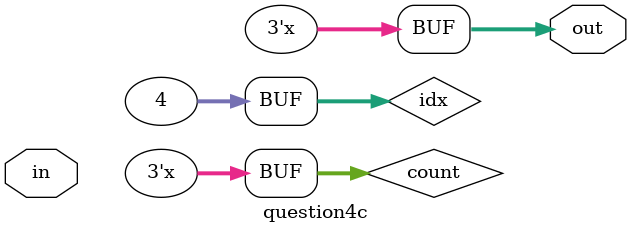
<source format=v>
`timescale 1ns / 1ps
module question4c(
    input  wire [3:0] in,
    output wire [2:0] out
    );
	 parameter WIDTH = 4;
	 
	 reg [2:0] count = 3'd0;
	 
	 integer idx;
	 
	 assign out = count;
	 
	 always @ * begin
		for( idx = 0; idx<WIDTH; idx = idx + 1) begin
			count = count + in[idx];
		end
		
	 end

endmodule

</source>
